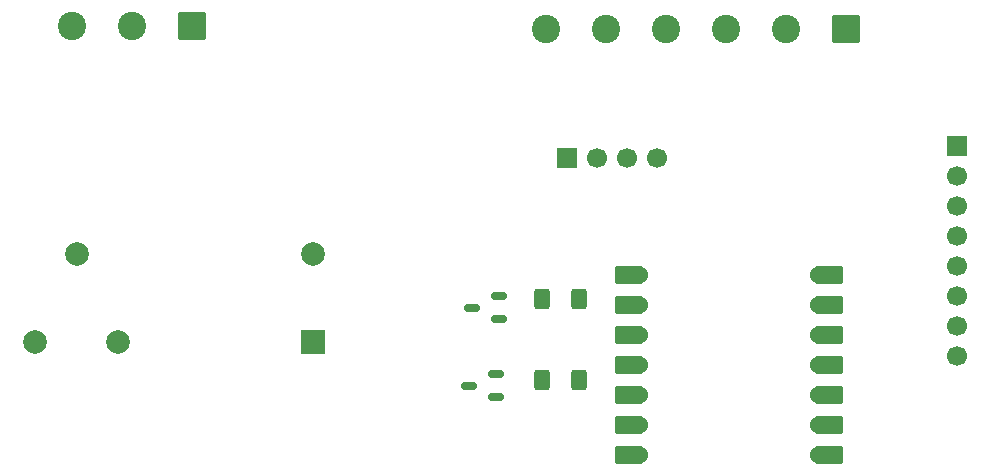
<source format=gbr>
%TF.GenerationSoftware,KiCad,Pcbnew,9.0.2*%
%TF.CreationDate,2025-08-18T15:59:43+02:00*%
%TF.ProjectId,esp32c6-charger,65737033-3263-4362-9d63-686172676572,rev?*%
%TF.SameCoordinates,Original*%
%TF.FileFunction,Soldermask,Top*%
%TF.FilePolarity,Negative*%
%FSLAX46Y46*%
G04 Gerber Fmt 4.6, Leading zero omitted, Abs format (unit mm)*
G04 Created by KiCad (PCBNEW 9.0.2) date 2025-08-18 15:59:43*
%MOMM*%
%LPD*%
G01*
G04 APERTURE LIST*
G04 Aperture macros list*
%AMRoundRect*
0 Rectangle with rounded corners*
0 $1 Rounding radius*
0 $2 $3 $4 $5 $6 $7 $8 $9 X,Y pos of 4 corners*
0 Add a 4 corners polygon primitive as box body*
4,1,4,$2,$3,$4,$5,$6,$7,$8,$9,$2,$3,0*
0 Add four circle primitives for the rounded corners*
1,1,$1+$1,$2,$3*
1,1,$1+$1,$4,$5*
1,1,$1+$1,$6,$7*
1,1,$1+$1,$8,$9*
0 Add four rect primitives between the rounded corners*
20,1,$1+$1,$2,$3,$4,$5,0*
20,1,$1+$1,$4,$5,$6,$7,0*
20,1,$1+$1,$6,$7,$8,$9,0*
20,1,$1+$1,$8,$9,$2,$3,0*%
G04 Aperture macros list end*
%ADD10C,2.000000*%
%ADD11R,2.000000X2.000000*%
%ADD12C,2.400000*%
%ADD13RoundRect,0.250001X0.949999X0.949999X-0.949999X0.949999X-0.949999X-0.949999X0.949999X-0.949999X0*%
%ADD14RoundRect,0.250000X0.400000X0.625000X-0.400000X0.625000X-0.400000X-0.625000X0.400000X-0.625000X0*%
%ADD15RoundRect,0.150000X0.512500X0.150000X-0.512500X0.150000X-0.512500X-0.150000X0.512500X-0.150000X0*%
%ADD16RoundRect,0.152400X1.063600X0.609600X-1.063600X0.609600X-1.063600X-0.609600X1.063600X-0.609600X0*%
%ADD17C,1.524000*%
%ADD18RoundRect,0.152400X-1.063600X-0.609600X1.063600X-0.609600X1.063600X0.609600X-1.063600X0.609600X0*%
%ADD19R,1.700000X1.700000*%
%ADD20C,1.700000*%
G04 APERTURE END LIST*
D10*
%TO.C,K1*%
X86271500Y-115313500D03*
X89771500Y-122813500D03*
X82771500Y-122813500D03*
D11*
X106271500Y-122813500D03*
D10*
X106271500Y-115313500D03*
%TD*%
D12*
%TO.C,J2*%
X85852000Y-96012000D03*
X90932000Y-96012000D03*
D13*
X96012000Y-96012000D03*
%TD*%
D14*
%TO.C,R2*%
X128804000Y-125984000D03*
X125704000Y-125984000D03*
%TD*%
%TO.C,R1*%
X128804000Y-119126000D03*
X125704000Y-119126000D03*
%TD*%
D15*
%TO.C,Q2*%
X121787500Y-127442000D03*
X121787500Y-125542000D03*
X119512500Y-126492000D03*
%TD*%
%TO.C,Q1*%
X122041500Y-120838000D03*
X122041500Y-118938000D03*
X119766500Y-119888000D03*
%TD*%
D16*
%TO.C,U1*%
X133023000Y-117094000D03*
D17*
X133858000Y-117094000D03*
D16*
X133023000Y-119634000D03*
D17*
X133858000Y-119634000D03*
D16*
X133023000Y-122174000D03*
D17*
X133858000Y-122174000D03*
D16*
X133023000Y-124714000D03*
D17*
X133858000Y-124714000D03*
D16*
X133023000Y-127254000D03*
D17*
X133858000Y-127254000D03*
D16*
X133023000Y-129794000D03*
D17*
X133858000Y-129794000D03*
D16*
X133023000Y-132334000D03*
D17*
X133858000Y-132334000D03*
X149098000Y-132334000D03*
D18*
X149933000Y-132334000D03*
D17*
X149098000Y-129794000D03*
D18*
X149933000Y-129794000D03*
D17*
X149098000Y-127254000D03*
D18*
X149933000Y-127254000D03*
D17*
X149098000Y-124714000D03*
D18*
X149933000Y-124714000D03*
D17*
X149098000Y-122174000D03*
D18*
X149933000Y-122174000D03*
D17*
X149098000Y-119634000D03*
D18*
X149933000Y-119634000D03*
D17*
X149098000Y-117094000D03*
D18*
X149933000Y-117094000D03*
%TD*%
D19*
%TO.C,RFID1*%
X160782000Y-106172000D03*
D20*
X160782000Y-108712000D03*
X160782000Y-111252000D03*
X160782000Y-113792000D03*
X160782000Y-116332000D03*
X160782000Y-118872000D03*
X160782000Y-121412000D03*
X160782000Y-123952000D03*
%TD*%
D19*
%TO.C,Brd1*%
X127762000Y-107188000D03*
D20*
X130302000Y-107188000D03*
X132842000Y-107188000D03*
X135382000Y-107188000D03*
%TD*%
D13*
%TO.C,J1*%
X151384000Y-96266000D03*
D12*
X146304000Y-96266000D03*
X141224000Y-96266000D03*
X136144000Y-96266000D03*
X131064000Y-96266000D03*
X125984000Y-96266000D03*
%TD*%
M02*

</source>
